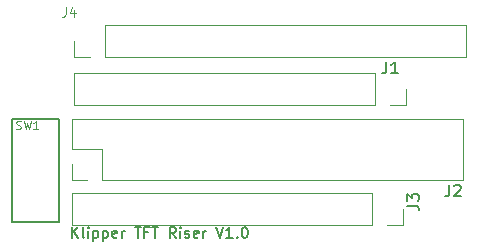
<source format=gbr>
%TF.GenerationSoftware,KiCad,Pcbnew,8.0.3*%
%TF.CreationDate,2024-12-22T12:47:46-05:00*%
%TF.ProjectId,klipper_screen_riser,6b6c6970-7065-4725-9f73-637265656e5f,rev?*%
%TF.SameCoordinates,Original*%
%TF.FileFunction,Legend,Top*%
%TF.FilePolarity,Positive*%
%FSLAX46Y46*%
G04 Gerber Fmt 4.6, Leading zero omitted, Abs format (unit mm)*
G04 Created by KiCad (PCBNEW 8.0.3) date 2024-12-22 12:47:46*
%MOMM*%
%LPD*%
G01*
G04 APERTURE LIST*
%ADD10C,0.150000*%
%ADD11C,0.100000*%
%ADD12C,0.152400*%
%ADD13C,0.120000*%
G04 APERTURE END LIST*
D10*
X155820001Y-84138453D02*
X155820001Y-83238453D01*
X156334287Y-84138453D02*
X155948573Y-83624167D01*
X156334287Y-83238453D02*
X155820001Y-83752738D01*
X156848573Y-84138453D02*
X156762858Y-84095596D01*
X156762858Y-84095596D02*
X156720001Y-84009881D01*
X156720001Y-84009881D02*
X156720001Y-83238453D01*
X157191430Y-84138453D02*
X157191430Y-83538453D01*
X157191430Y-83238453D02*
X157148573Y-83281310D01*
X157148573Y-83281310D02*
X157191430Y-83324167D01*
X157191430Y-83324167D02*
X157234287Y-83281310D01*
X157234287Y-83281310D02*
X157191430Y-83238453D01*
X157191430Y-83238453D02*
X157191430Y-83324167D01*
X157620001Y-83538453D02*
X157620001Y-84438453D01*
X157620001Y-83581310D02*
X157705716Y-83538453D01*
X157705716Y-83538453D02*
X157877144Y-83538453D01*
X157877144Y-83538453D02*
X157962858Y-83581310D01*
X157962858Y-83581310D02*
X158005716Y-83624167D01*
X158005716Y-83624167D02*
X158048573Y-83709881D01*
X158048573Y-83709881D02*
X158048573Y-83967024D01*
X158048573Y-83967024D02*
X158005716Y-84052738D01*
X158005716Y-84052738D02*
X157962858Y-84095596D01*
X157962858Y-84095596D02*
X157877144Y-84138453D01*
X157877144Y-84138453D02*
X157705716Y-84138453D01*
X157705716Y-84138453D02*
X157620001Y-84095596D01*
X158434287Y-83538453D02*
X158434287Y-84438453D01*
X158434287Y-83581310D02*
X158520002Y-83538453D01*
X158520002Y-83538453D02*
X158691430Y-83538453D01*
X158691430Y-83538453D02*
X158777144Y-83581310D01*
X158777144Y-83581310D02*
X158820002Y-83624167D01*
X158820002Y-83624167D02*
X158862859Y-83709881D01*
X158862859Y-83709881D02*
X158862859Y-83967024D01*
X158862859Y-83967024D02*
X158820002Y-84052738D01*
X158820002Y-84052738D02*
X158777144Y-84095596D01*
X158777144Y-84095596D02*
X158691430Y-84138453D01*
X158691430Y-84138453D02*
X158520002Y-84138453D01*
X158520002Y-84138453D02*
X158434287Y-84095596D01*
X159591430Y-84095596D02*
X159505716Y-84138453D01*
X159505716Y-84138453D02*
X159334288Y-84138453D01*
X159334288Y-84138453D02*
X159248573Y-84095596D01*
X159248573Y-84095596D02*
X159205716Y-84009881D01*
X159205716Y-84009881D02*
X159205716Y-83667024D01*
X159205716Y-83667024D02*
X159248573Y-83581310D01*
X159248573Y-83581310D02*
X159334288Y-83538453D01*
X159334288Y-83538453D02*
X159505716Y-83538453D01*
X159505716Y-83538453D02*
X159591430Y-83581310D01*
X159591430Y-83581310D02*
X159634288Y-83667024D01*
X159634288Y-83667024D02*
X159634288Y-83752738D01*
X159634288Y-83752738D02*
X159205716Y-83838453D01*
X160020002Y-84138453D02*
X160020002Y-83538453D01*
X160020002Y-83709881D02*
X160062859Y-83624167D01*
X160062859Y-83624167D02*
X160105717Y-83581310D01*
X160105717Y-83581310D02*
X160191431Y-83538453D01*
X160191431Y-83538453D02*
X160277145Y-83538453D01*
X161134288Y-83238453D02*
X161648574Y-83238453D01*
X161391431Y-84138453D02*
X161391431Y-83238453D01*
X162248573Y-83667024D02*
X161948573Y-83667024D01*
X161948573Y-84138453D02*
X161948573Y-83238453D01*
X161948573Y-83238453D02*
X162377145Y-83238453D01*
X162591431Y-83238453D02*
X163105717Y-83238453D01*
X162848574Y-84138453D02*
X162848574Y-83238453D01*
X164605716Y-84138453D02*
X164305716Y-83709881D01*
X164091430Y-84138453D02*
X164091430Y-83238453D01*
X164091430Y-83238453D02*
X164434287Y-83238453D01*
X164434287Y-83238453D02*
X164520002Y-83281310D01*
X164520002Y-83281310D02*
X164562859Y-83324167D01*
X164562859Y-83324167D02*
X164605716Y-83409881D01*
X164605716Y-83409881D02*
X164605716Y-83538453D01*
X164605716Y-83538453D02*
X164562859Y-83624167D01*
X164562859Y-83624167D02*
X164520002Y-83667024D01*
X164520002Y-83667024D02*
X164434287Y-83709881D01*
X164434287Y-83709881D02*
X164091430Y-83709881D01*
X164991430Y-84138453D02*
X164991430Y-83538453D01*
X164991430Y-83238453D02*
X164948573Y-83281310D01*
X164948573Y-83281310D02*
X164991430Y-83324167D01*
X164991430Y-83324167D02*
X165034287Y-83281310D01*
X165034287Y-83281310D02*
X164991430Y-83238453D01*
X164991430Y-83238453D02*
X164991430Y-83324167D01*
X165377144Y-84095596D02*
X165462858Y-84138453D01*
X165462858Y-84138453D02*
X165634287Y-84138453D01*
X165634287Y-84138453D02*
X165720001Y-84095596D01*
X165720001Y-84095596D02*
X165762858Y-84009881D01*
X165762858Y-84009881D02*
X165762858Y-83967024D01*
X165762858Y-83967024D02*
X165720001Y-83881310D01*
X165720001Y-83881310D02*
X165634287Y-83838453D01*
X165634287Y-83838453D02*
X165505716Y-83838453D01*
X165505716Y-83838453D02*
X165420001Y-83795596D01*
X165420001Y-83795596D02*
X165377144Y-83709881D01*
X165377144Y-83709881D02*
X165377144Y-83667024D01*
X165377144Y-83667024D02*
X165420001Y-83581310D01*
X165420001Y-83581310D02*
X165505716Y-83538453D01*
X165505716Y-83538453D02*
X165634287Y-83538453D01*
X165634287Y-83538453D02*
X165720001Y-83581310D01*
X166491429Y-84095596D02*
X166405715Y-84138453D01*
X166405715Y-84138453D02*
X166234287Y-84138453D01*
X166234287Y-84138453D02*
X166148572Y-84095596D01*
X166148572Y-84095596D02*
X166105715Y-84009881D01*
X166105715Y-84009881D02*
X166105715Y-83667024D01*
X166105715Y-83667024D02*
X166148572Y-83581310D01*
X166148572Y-83581310D02*
X166234287Y-83538453D01*
X166234287Y-83538453D02*
X166405715Y-83538453D01*
X166405715Y-83538453D02*
X166491429Y-83581310D01*
X166491429Y-83581310D02*
X166534287Y-83667024D01*
X166534287Y-83667024D02*
X166534287Y-83752738D01*
X166534287Y-83752738D02*
X166105715Y-83838453D01*
X166920001Y-84138453D02*
X166920001Y-83538453D01*
X166920001Y-83709881D02*
X166962858Y-83624167D01*
X166962858Y-83624167D02*
X167005716Y-83581310D01*
X167005716Y-83581310D02*
X167091430Y-83538453D01*
X167091430Y-83538453D02*
X167177144Y-83538453D01*
X168034287Y-83238453D02*
X168334287Y-84138453D01*
X168334287Y-84138453D02*
X168634287Y-83238453D01*
X169405716Y-84138453D02*
X168891430Y-84138453D01*
X169148573Y-84138453D02*
X169148573Y-83238453D01*
X169148573Y-83238453D02*
X169062859Y-83367024D01*
X169062859Y-83367024D02*
X168977144Y-83452738D01*
X168977144Y-83452738D02*
X168891430Y-83495596D01*
X169791430Y-84052738D02*
X169834287Y-84095596D01*
X169834287Y-84095596D02*
X169791430Y-84138453D01*
X169791430Y-84138453D02*
X169748573Y-84095596D01*
X169748573Y-84095596D02*
X169791430Y-84052738D01*
X169791430Y-84052738D02*
X169791430Y-84138453D01*
X170391430Y-83238453D02*
X170477144Y-83238453D01*
X170477144Y-83238453D02*
X170562858Y-83281310D01*
X170562858Y-83281310D02*
X170605716Y-83324167D01*
X170605716Y-83324167D02*
X170648573Y-83409881D01*
X170648573Y-83409881D02*
X170691430Y-83581310D01*
X170691430Y-83581310D02*
X170691430Y-83795596D01*
X170691430Y-83795596D02*
X170648573Y-83967024D01*
X170648573Y-83967024D02*
X170605716Y-84052738D01*
X170605716Y-84052738D02*
X170562858Y-84095596D01*
X170562858Y-84095596D02*
X170477144Y-84138453D01*
X170477144Y-84138453D02*
X170391430Y-84138453D01*
X170391430Y-84138453D02*
X170305716Y-84095596D01*
X170305716Y-84095596D02*
X170262858Y-84052738D01*
X170262858Y-84052738D02*
X170220001Y-83967024D01*
X170220001Y-83967024D02*
X170177144Y-83795596D01*
X170177144Y-83795596D02*
X170177144Y-83581310D01*
X170177144Y-83581310D02*
X170220001Y-83409881D01*
X170220001Y-83409881D02*
X170262858Y-83324167D01*
X170262858Y-83324167D02*
X170305716Y-83281310D01*
X170305716Y-83281310D02*
X170391430Y-83238453D01*
D11*
X151084316Y-74918415D02*
X151184316Y-74951748D01*
X151184316Y-74951748D02*
X151350983Y-74951748D01*
X151350983Y-74951748D02*
X151417649Y-74918415D01*
X151417649Y-74918415D02*
X151450983Y-74885081D01*
X151450983Y-74885081D02*
X151484316Y-74818415D01*
X151484316Y-74818415D02*
X151484316Y-74751748D01*
X151484316Y-74751748D02*
X151450983Y-74685081D01*
X151450983Y-74685081D02*
X151417649Y-74651748D01*
X151417649Y-74651748D02*
X151350983Y-74618415D01*
X151350983Y-74618415D02*
X151217649Y-74585081D01*
X151217649Y-74585081D02*
X151150983Y-74551748D01*
X151150983Y-74551748D02*
X151117649Y-74518415D01*
X151117649Y-74518415D02*
X151084316Y-74451748D01*
X151084316Y-74451748D02*
X151084316Y-74385081D01*
X151084316Y-74385081D02*
X151117649Y-74318415D01*
X151117649Y-74318415D02*
X151150983Y-74285081D01*
X151150983Y-74285081D02*
X151217649Y-74251748D01*
X151217649Y-74251748D02*
X151384316Y-74251748D01*
X151384316Y-74251748D02*
X151484316Y-74285081D01*
X151717650Y-74251748D02*
X151884316Y-74951748D01*
X151884316Y-74951748D02*
X152017650Y-74451748D01*
X152017650Y-74451748D02*
X152150983Y-74951748D01*
X152150983Y-74951748D02*
X152317650Y-74251748D01*
X152950983Y-74951748D02*
X152550983Y-74951748D01*
X152750983Y-74951748D02*
X152750983Y-74251748D01*
X152750983Y-74251748D02*
X152684316Y-74351748D01*
X152684316Y-74351748D02*
X152617650Y-74418415D01*
X152617650Y-74418415D02*
X152550983Y-74451748D01*
D10*
X187752666Y-79648819D02*
X187752666Y-80363104D01*
X187752666Y-80363104D02*
X187705047Y-80505961D01*
X187705047Y-80505961D02*
X187609809Y-80601200D01*
X187609809Y-80601200D02*
X187466952Y-80648819D01*
X187466952Y-80648819D02*
X187371714Y-80648819D01*
X188181238Y-79744057D02*
X188228857Y-79696438D01*
X188228857Y-79696438D02*
X188324095Y-79648819D01*
X188324095Y-79648819D02*
X188562190Y-79648819D01*
X188562190Y-79648819D02*
X188657428Y-79696438D01*
X188657428Y-79696438D02*
X188705047Y-79744057D01*
X188705047Y-79744057D02*
X188752666Y-79839295D01*
X188752666Y-79839295D02*
X188752666Y-79934533D01*
X188752666Y-79934533D02*
X188705047Y-80077390D01*
X188705047Y-80077390D02*
X188133619Y-80648819D01*
X188133619Y-80648819D02*
X188752666Y-80648819D01*
D11*
X155297308Y-64625698D02*
X155297308Y-65197126D01*
X155297308Y-65197126D02*
X155259213Y-65311412D01*
X155259213Y-65311412D02*
X155183022Y-65387603D01*
X155183022Y-65387603D02*
X155068737Y-65425698D01*
X155068737Y-65425698D02*
X154992546Y-65425698D01*
X156021118Y-64892364D02*
X156021118Y-65425698D01*
X155830642Y-64587603D02*
X155640165Y-65159031D01*
X155640165Y-65159031D02*
X156135404Y-65159031D01*
D10*
X184194819Y-81423333D02*
X184909104Y-81423333D01*
X184909104Y-81423333D02*
X185051961Y-81470952D01*
X185051961Y-81470952D02*
X185147200Y-81566190D01*
X185147200Y-81566190D02*
X185194819Y-81709047D01*
X185194819Y-81709047D02*
X185194819Y-81804285D01*
X184194819Y-81042380D02*
X184194819Y-80423333D01*
X184194819Y-80423333D02*
X184575771Y-80756666D01*
X184575771Y-80756666D02*
X184575771Y-80613809D01*
X184575771Y-80613809D02*
X184623390Y-80518571D01*
X184623390Y-80518571D02*
X184671009Y-80470952D01*
X184671009Y-80470952D02*
X184766247Y-80423333D01*
X184766247Y-80423333D02*
X185004342Y-80423333D01*
X185004342Y-80423333D02*
X185099580Y-80470952D01*
X185099580Y-80470952D02*
X185147200Y-80518571D01*
X185147200Y-80518571D02*
X185194819Y-80613809D01*
X185194819Y-80613809D02*
X185194819Y-80899523D01*
X185194819Y-80899523D02*
X185147200Y-80994761D01*
X185147200Y-80994761D02*
X185099580Y-81042380D01*
X182418666Y-69234819D02*
X182418666Y-69949104D01*
X182418666Y-69949104D02*
X182371047Y-70091961D01*
X182371047Y-70091961D02*
X182275809Y-70187200D01*
X182275809Y-70187200D02*
X182132952Y-70234819D01*
X182132952Y-70234819D02*
X182037714Y-70234819D01*
X183418666Y-70234819D02*
X182847238Y-70234819D01*
X183132952Y-70234819D02*
X183132952Y-69234819D01*
X183132952Y-69234819D02*
X183037714Y-69377676D01*
X183037714Y-69377676D02*
X182942476Y-69472914D01*
X182942476Y-69472914D02*
X182847238Y-69520533D01*
D12*
%TO.C,SW1*%
X154721200Y-82818973D02*
X154721200Y-74055973D01*
X154721200Y-74055973D02*
X150758800Y-74055973D01*
X150758800Y-82818973D02*
X154721200Y-82818973D01*
X150758800Y-74055973D02*
X150758800Y-82818973D01*
D13*
%TO.C,J2*%
X188930000Y-79270000D02*
X188930000Y-74070000D01*
X158390000Y-79270000D02*
X188930000Y-79270000D01*
X158390000Y-79270000D02*
X158390000Y-76670000D01*
X158390000Y-76670000D02*
X155790000Y-76670000D01*
X157120000Y-79270000D02*
X155790000Y-79270000D01*
X155790000Y-79270000D02*
X155790000Y-77940000D01*
X155790000Y-76670000D02*
X155790000Y-74070000D01*
X155790000Y-74070000D02*
X188930000Y-74070000D01*
%TO.C,J5*%
X189144000Y-68824000D02*
X189144000Y-66164000D01*
X158604000Y-68824000D02*
X189144000Y-68824000D01*
X158604000Y-68824000D02*
X158604000Y-66164000D01*
X158604000Y-66164000D02*
X189144000Y-66164000D01*
X157334000Y-68824000D02*
X156004000Y-68824000D01*
X156004000Y-68824000D02*
X156004000Y-67494000D01*
%TO.C,J3*%
X183850000Y-83048000D02*
X182520000Y-83048000D01*
X183850000Y-81718000D02*
X183850000Y-83048000D01*
X181250000Y-83048000D02*
X155790000Y-83048000D01*
X181250000Y-80388000D02*
X181250000Y-83048000D01*
X181250000Y-80388000D02*
X155790000Y-80388000D01*
X155790000Y-80388000D02*
X155790000Y-83048000D01*
%TO.C,J1*%
X184082000Y-72888000D02*
X182752000Y-72888000D01*
X184082000Y-71558000D02*
X184082000Y-72888000D01*
X181482000Y-72888000D02*
X156022000Y-72888000D01*
X181482000Y-70228000D02*
X181482000Y-72888000D01*
X181482000Y-70228000D02*
X156022000Y-70228000D01*
X156022000Y-70228000D02*
X156022000Y-72888000D01*
%TD*%
M02*

</source>
